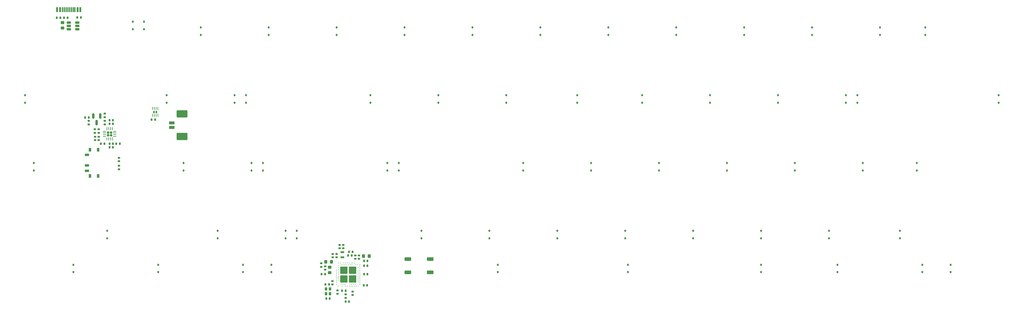
<source format=gbp>
G04 #@! TF.GenerationSoftware,KiCad,Pcbnew,7.0.5*
G04 #@! TF.CreationDate,2023-07-04T00:19:37+09:00*
G04 #@! TF.ProjectId,Hotp4ck60,486f7470-3463-46b3-9630-2e6b69636164,rev?*
G04 #@! TF.SameCoordinates,Original*
G04 #@! TF.FileFunction,Paste,Bot*
G04 #@! TF.FilePolarity,Positive*
%FSLAX46Y46*%
G04 Gerber Fmt 4.6, Leading zero omitted, Abs format (unit mm)*
G04 Created by KiCad (PCBNEW 7.0.5) date 2023-07-04 00:19:37*
%MOMM*%
%LPD*%
G01*
G04 APERTURE LIST*
G04 Aperture macros list*
%AMRoundRect*
0 Rectangle with rounded corners*
0 $1 Rounding radius*
0 $2 $3 $4 $5 $6 $7 $8 $9 X,Y pos of 4 corners*
0 Add a 4 corners polygon primitive as box body*
4,1,4,$2,$3,$4,$5,$6,$7,$8,$9,$2,$3,0*
0 Add four circle primitives for the rounded corners*
1,1,$1+$1,$2,$3*
1,1,$1+$1,$4,$5*
1,1,$1+$1,$6,$7*
1,1,$1+$1,$8,$9*
0 Add four rect primitives between the rounded corners*
20,1,$1+$1,$2,$3,$4,$5,0*
20,1,$1+$1,$4,$5,$6,$7,0*
20,1,$1+$1,$6,$7,$8,$9,0*
20,1,$1+$1,$8,$9,$2,$3,0*%
G04 Aperture macros list end*
%ADD10RoundRect,0.147500X-0.172500X0.147500X-0.172500X-0.147500X0.172500X-0.147500X0.172500X0.147500X0*%
%ADD11RoundRect,0.275000X0.625000X0.275000X-0.625000X0.275000X-0.625000X-0.275000X0.625000X-0.275000X0*%
%ADD12RoundRect,0.150000X-0.150000X0.587500X-0.150000X-0.587500X0.150000X-0.587500X0.150000X0.587500X0*%
%ADD13RoundRect,0.112500X0.112500X-0.187500X0.112500X0.187500X-0.112500X0.187500X-0.112500X-0.187500X0*%
%ADD14RoundRect,0.140000X-0.170000X0.140000X-0.170000X-0.140000X0.170000X-0.140000X0.170000X0.140000X0*%
%ADD15RoundRect,0.140000X0.140000X0.170000X-0.140000X0.170000X-0.140000X-0.170000X0.140000X-0.170000X0*%
%ADD16R,0.800000X0.900000*%
%ADD17RoundRect,0.112500X-0.112500X0.187500X-0.112500X-0.187500X0.112500X-0.187500X0.112500X0.187500X0*%
%ADD18RoundRect,0.140000X0.170000X-0.140000X0.170000X0.140000X-0.170000X0.140000X-0.170000X-0.140000X0*%
%ADD19RoundRect,0.135000X-0.135000X-0.185000X0.135000X-0.185000X0.135000X0.185000X-0.135000X0.185000X0*%
%ADD20R,2.000000X2.000000*%
%ADD21C,0.250000*%
%ADD22RoundRect,0.135000X-0.185000X0.135000X-0.185000X-0.135000X0.185000X-0.135000X0.185000X0.135000X0*%
%ADD23R,1.100000X0.600000*%
%ADD24RoundRect,0.090000X-0.535000X0.210000X-0.535000X-0.210000X0.535000X-0.210000X0.535000X0.210000X0*%
%ADD25RoundRect,0.105000X0.245000X0.445000X-0.245000X0.445000X-0.245000X-0.445000X0.245000X-0.445000X0*%
%ADD26RoundRect,0.135000X0.135000X0.185000X-0.135000X0.185000X-0.135000X-0.185000X0.135000X-0.185000X0*%
%ADD27RoundRect,0.140000X-0.140000X-0.170000X0.140000X-0.170000X0.140000X0.170000X-0.140000X0.170000X0*%
%ADD28RoundRect,0.147500X0.172500X-0.147500X0.172500X0.147500X-0.172500X0.147500X-0.172500X-0.147500X0*%
%ADD29RoundRect,0.135000X0.185000X-0.135000X0.185000X0.135000X-0.185000X0.135000X-0.185000X-0.135000X0*%
%ADD30RoundRect,0.147500X0.147500X0.172500X-0.147500X0.172500X-0.147500X-0.172500X0.147500X-0.172500X0*%
%ADD31RoundRect,0.225000X-0.250000X0.225000X-0.250000X-0.225000X0.250000X-0.225000X0.250000X0.225000X0*%
%ADD32RoundRect,0.218750X-0.218750X-0.256250X0.218750X-0.256250X0.218750X0.256250X-0.218750X0.256250X0*%
%ADD33RoundRect,0.062500X0.062500X-0.325000X0.062500X0.325000X-0.062500X0.325000X-0.062500X-0.325000X0*%
%ADD34RoundRect,0.070000X0.190000X-0.070000X0.190000X0.070000X-0.190000X0.070000X-0.190000X-0.070000X0*%
%ADD35RoundRect,0.160000X-0.160000X0.160000X-0.160000X-0.160000X0.160000X-0.160000X0.160000X0.160000X0*%
%ADD36RoundRect,0.062500X-0.062500X0.375000X-0.062500X-0.375000X0.062500X-0.375000X0.062500X0.375000X0*%
%ADD37RoundRect,0.062500X-0.375000X0.062500X-0.375000X-0.062500X0.375000X-0.062500X0.375000X0.062500X0*%
%ADD38RoundRect,0.218750X0.218750X0.256250X-0.218750X0.256250X-0.218750X-0.256250X0.218750X-0.256250X0*%
%ADD39RoundRect,0.150000X-0.475000X-0.150000X0.475000X-0.150000X0.475000X0.150000X-0.475000X0.150000X0*%
%ADD40RoundRect,0.200000X-0.600000X0.200000X-0.600000X-0.200000X0.600000X-0.200000X0.600000X0.200000X0*%
%ADD41RoundRect,0.250001X-1.249999X0.799999X-1.249999X-0.799999X1.249999X-0.799999X1.249999X0.799999X0*%
%ADD42R,0.600000X1.450000*%
%ADD43R,0.300000X1.450000*%
%ADD44RoundRect,0.218750X-0.256250X0.218750X-0.256250X-0.218750X0.256250X-0.218750X0.256250X0.218750X0*%
G04 APERTURE END LIST*
D10*
X104080000Y-137195000D03*
X104080000Y-136225000D03*
X104080000Y-134000000D03*
X104080000Y-134970000D03*
D11*
X191340000Y-162460000D03*
X185140000Y-162460000D03*
X191340000Y-166160000D03*
X185140000Y-166160000D03*
D12*
X96910000Y-122222500D03*
X98810000Y-122222500D03*
X97860000Y-124097500D03*
D13*
X317500000Y-99475000D03*
X317500000Y-97375000D03*
D14*
X163960000Y-168640000D03*
X163960000Y-169600000D03*
D13*
X227012500Y-156625000D03*
X227012500Y-154525000D03*
D15*
X114225000Y-123295000D03*
X113265000Y-123295000D03*
D13*
X141287500Y-137575000D03*
X141287500Y-135475000D03*
X265112500Y-156625000D03*
X265112500Y-154525000D03*
D16*
X162149996Y-172240002D03*
X162149996Y-170840002D03*
X163249996Y-170840002D03*
X163249996Y-172240002D03*
D17*
X210343750Y-164050000D03*
X210343750Y-166150000D03*
D18*
X165119998Y-161970003D03*
X165119998Y-161010003D03*
D13*
X312737500Y-137575000D03*
X312737500Y-135475000D03*
X131762500Y-156625000D03*
X131762500Y-154525000D03*
X232568750Y-118525000D03*
X232568750Y-116425000D03*
D19*
X92360000Y-94580000D03*
X93380000Y-94580000D03*
D17*
X146843750Y-164050000D03*
X146843750Y-166150000D03*
X329406250Y-164050000D03*
X329406250Y-166150000D03*
D18*
X167010000Y-159425000D03*
X167010000Y-158465000D03*
D20*
X169612500Y-165627499D03*
X167187500Y-165627499D03*
X169612500Y-168052499D03*
X167187500Y-168052499D03*
D21*
X165150000Y-165589999D03*
X165150000Y-166089999D03*
X165150000Y-166589999D03*
X165150000Y-167089999D03*
X165150000Y-167589999D03*
X165150000Y-168089999D03*
X165150000Y-168589999D03*
X165150000Y-169089999D03*
X165150000Y-169589999D03*
X170650000Y-170089999D03*
X170900000Y-164089999D03*
X171150000Y-164839999D03*
X171150000Y-165839999D03*
X171150000Y-166339999D03*
X171150000Y-166839999D03*
X171150000Y-167339999D03*
X171150000Y-167839999D03*
X171150000Y-168339999D03*
X171150000Y-168839999D03*
X171150000Y-170089999D03*
X171650000Y-164089999D03*
X171650000Y-164589999D03*
X171650000Y-165089999D03*
X171650000Y-165589999D03*
X171650000Y-166089999D03*
X171650000Y-166589999D03*
X171650000Y-167089999D03*
X171650000Y-167589999D03*
X171650000Y-168089999D03*
X171650000Y-168589999D03*
X171650000Y-169089999D03*
X171650000Y-169589999D03*
X165650000Y-163589999D03*
X165650000Y-164339999D03*
X165650000Y-164839999D03*
X165650000Y-165339999D03*
X165650000Y-165839999D03*
X165650000Y-166339999D03*
X165650000Y-166839999D03*
X165650000Y-167339999D03*
X165650000Y-167839999D03*
X165650000Y-168339999D03*
X165650000Y-170089999D03*
X166150000Y-163589999D03*
X166400000Y-164089999D03*
X166400000Y-169589999D03*
X166650000Y-170089999D03*
X166900000Y-164089999D03*
X166900000Y-169589999D03*
X167150000Y-163589999D03*
X167400000Y-164089999D03*
X167400000Y-169589999D03*
X167650000Y-163589999D03*
X167650000Y-170089999D03*
X167900000Y-164089999D03*
X168150000Y-163589999D03*
X168150000Y-170089999D03*
X168400000Y-164089999D03*
X168650000Y-163589999D03*
X168650000Y-170089999D03*
X168900000Y-164089999D03*
X168900000Y-169589999D03*
X169150000Y-163589999D03*
X169150000Y-170089999D03*
X169400000Y-164089999D03*
X169400000Y-169589999D03*
X169650000Y-163589999D03*
X169650000Y-170089999D03*
X169900000Y-169589999D03*
X170150000Y-163589999D03*
X170150000Y-170089999D03*
X170400000Y-164089999D03*
X170400000Y-169589999D03*
D22*
X98400000Y-125960000D03*
X98400000Y-126980000D03*
D13*
X146050000Y-99475000D03*
X146050000Y-97375000D03*
X288925000Y-118525000D03*
X288925000Y-116425000D03*
D17*
X337343750Y-164050000D03*
X337343750Y-166150000D03*
D23*
X166757576Y-160540001D03*
X166757576Y-161940001D03*
D14*
X169590000Y-171600000D03*
X169590000Y-172560000D03*
D13*
X236537500Y-137575000D03*
X236537500Y-135475000D03*
X153987500Y-156625000D03*
X153987500Y-154525000D03*
D24*
X95120000Y-133160000D03*
X95120000Y-136160000D03*
X95120000Y-137660000D03*
D25*
X95970000Y-139110000D03*
X98270000Y-139110000D03*
X95970000Y-131710000D03*
X98270000Y-131710000D03*
D26*
X87660000Y-94630000D03*
X86640000Y-94630000D03*
D13*
X184150000Y-99475000D03*
X184150000Y-97375000D03*
X174625000Y-118525000D03*
X174625000Y-116425000D03*
D26*
X169640000Y-160420000D03*
X168620000Y-160420000D03*
D13*
X311150000Y-118525000D03*
X311150000Y-116425000D03*
D18*
X165957578Y-159424999D03*
X165957578Y-158464999D03*
D27*
X173800000Y-166730000D03*
X172840000Y-166730000D03*
D13*
X293687500Y-137575000D03*
X293687500Y-135475000D03*
X327818750Y-137575000D03*
X327818750Y-135475000D03*
D28*
X167629997Y-173374999D03*
X167629997Y-172404999D03*
D13*
X139700000Y-118525000D03*
X139700000Y-116425000D03*
D17*
X246856250Y-164050000D03*
X246856250Y-166150000D03*
X115093750Y-164050000D03*
X115093750Y-166150000D03*
D27*
X172820000Y-164370000D03*
X173780000Y-164370000D03*
D13*
X307975000Y-118525000D03*
X307975000Y-116425000D03*
D29*
X100100000Y-124660000D03*
X100100000Y-123640000D03*
D13*
X193675000Y-118525000D03*
X193675000Y-116425000D03*
D27*
X172819999Y-162939999D03*
X173779999Y-162939999D03*
D26*
X104340000Y-130060000D03*
X103320000Y-130060000D03*
X100010000Y-130000000D03*
X98990000Y-130000000D03*
D13*
X100806250Y-156625000D03*
X100806250Y-154525000D03*
X323080000Y-156625000D03*
X323080000Y-154525000D03*
D29*
X97330000Y-126980000D03*
X97330000Y-125960000D03*
D18*
X164020001Y-161970005D03*
X164020001Y-161010005D03*
D30*
X89655000Y-94620000D03*
X88685000Y-94620000D03*
D13*
X222250000Y-99475000D03*
X222250000Y-97375000D03*
X179387500Y-137575000D03*
X179387500Y-135475000D03*
X260350000Y-99475000D03*
X260350000Y-97375000D03*
D17*
X91281250Y-164050000D03*
X91281250Y-166150000D03*
D27*
X101460000Y-123460000D03*
X102420000Y-123460000D03*
D31*
X163170004Y-164734999D03*
X163170004Y-166284999D03*
D13*
X241300000Y-99475000D03*
X241300000Y-97375000D03*
X77787500Y-118525000D03*
X77787500Y-116425000D03*
D27*
X162219999Y-173540002D03*
X163179999Y-173540002D03*
D13*
X284162500Y-156625000D03*
X284162500Y-154525000D03*
D32*
X172694199Y-161618682D03*
X174269199Y-161618682D03*
D13*
X298450000Y-99475000D03*
X298450000Y-97375000D03*
D27*
X101450000Y-130060000D03*
X102410000Y-130060000D03*
D13*
X274637500Y-137575000D03*
X274637500Y-135475000D03*
X212725000Y-118525000D03*
X212725000Y-116425000D03*
X188912500Y-156625000D03*
X188912500Y-154525000D03*
X350837500Y-118525000D03*
X350837500Y-116425000D03*
D14*
X161900004Y-164459999D03*
X161900004Y-165419999D03*
D15*
X168589997Y-174390000D03*
X167629997Y-174390000D03*
D13*
X203200000Y-99475000D03*
X203200000Y-97375000D03*
D27*
X101460000Y-124450000D03*
X102420000Y-124450000D03*
D13*
X246062500Y-156625000D03*
X246062500Y-154525000D03*
X217487500Y-137575000D03*
X217487500Y-135475000D03*
D33*
X114975000Y-120152500D03*
X114475000Y-120152500D03*
X113975000Y-120152500D03*
X113475000Y-120152500D03*
X113475000Y-122077500D03*
X113975000Y-122077500D03*
X114475000Y-122077500D03*
X114975000Y-122077500D03*
D34*
X114550000Y-120940000D03*
X113900000Y-120940000D03*
X114550000Y-121290000D03*
X113900000Y-121290000D03*
D27*
X166670000Y-171390004D03*
X167630000Y-171390004D03*
D18*
X170380000Y-162400000D03*
X170380000Y-161440000D03*
X171405000Y-162404998D03*
X171405000Y-161444998D03*
D13*
X107970000Y-97887500D03*
X107970000Y-95787500D03*
X165100000Y-99475000D03*
X165100000Y-97375000D03*
X150812500Y-156625000D03*
X150812500Y-154525000D03*
X269875000Y-118525000D03*
X269875000Y-116425000D03*
X117475000Y-118525000D03*
X117475000Y-116425000D03*
D35*
X101850000Y-126880000D03*
X101050000Y-126880000D03*
X101850000Y-127680000D03*
X101050000Y-127680000D03*
D36*
X100700000Y-125842500D03*
X101200000Y-125842500D03*
X101700000Y-125842500D03*
X102200000Y-125842500D03*
D37*
X102887500Y-126530000D03*
X102887500Y-127030000D03*
X102887500Y-127530000D03*
X102887500Y-128030000D03*
D36*
X102200000Y-128717500D03*
X101700000Y-128717500D03*
X101200000Y-128717500D03*
X100700000Y-128717500D03*
D37*
X100012500Y-128030000D03*
X100012500Y-127530000D03*
X100012500Y-127030000D03*
X100012500Y-126530000D03*
D17*
X305593750Y-164050000D03*
X305593750Y-166150000D03*
D13*
X80168750Y-137575000D03*
X80168750Y-135475000D03*
X250825000Y-118525000D03*
X250825000Y-116425000D03*
D38*
X163687500Y-163210000D03*
X162112500Y-163210000D03*
D19*
X94620000Y-122650000D03*
X95640000Y-122650000D03*
D39*
X90045000Y-97900000D03*
X90045000Y-96950000D03*
X90045000Y-96000000D03*
X92395000Y-96000000D03*
X92395000Y-96950000D03*
X92395000Y-97900000D03*
D15*
X101450000Y-131060000D03*
X102410000Y-131060000D03*
D26*
X160920000Y-166710000D03*
X161940000Y-166710000D03*
D13*
X279400000Y-99475000D03*
X279400000Y-97375000D03*
D40*
X118890000Y-124230000D03*
X118890000Y-125480000D03*
D41*
X121790000Y-121680000D03*
X121790000Y-128030000D03*
D26*
X169370000Y-161480000D03*
X168350000Y-161480000D03*
D14*
X98420000Y-128080000D03*
X98420000Y-129040000D03*
D10*
X160849997Y-163675002D03*
X160849997Y-164645002D03*
D42*
X86760000Y-92405000D03*
X87560000Y-92405000D03*
D43*
X88760000Y-92405000D03*
X89760000Y-92405000D03*
X90260000Y-92405000D03*
X91260000Y-92405000D03*
D42*
X92460000Y-92405000D03*
X93260000Y-92405000D03*
X93260000Y-92405000D03*
X92460000Y-92405000D03*
D43*
X91760000Y-92405000D03*
X90760000Y-92405000D03*
X89260000Y-92405000D03*
X88260000Y-92405000D03*
D42*
X87560000Y-92405000D03*
X86760000Y-92405000D03*
D17*
X138906250Y-164050000D03*
X138906250Y-166150000D03*
D13*
X111125000Y-97887500D03*
X111125000Y-95787500D03*
X207962500Y-156625000D03*
X207962500Y-154525000D03*
X255587500Y-137575000D03*
X255587500Y-135475000D03*
D22*
X95580000Y-123640000D03*
X95580000Y-124660000D03*
D14*
X165400003Y-171259999D03*
X165400003Y-172219999D03*
D13*
X182562500Y-137575000D03*
X182562500Y-135475000D03*
X303212500Y-156625000D03*
X303212500Y-154525000D03*
X122237500Y-137575000D03*
X122237500Y-135475000D03*
D44*
X88270000Y-95972500D03*
X88270000Y-97547500D03*
D27*
X173680000Y-169860000D03*
X172720000Y-169860000D03*
D14*
X97430000Y-128080000D03*
X97430000Y-129040000D03*
D22*
X100110000Y-121590000D03*
X100110000Y-122610000D03*
D17*
X284162500Y-164050000D03*
X284162500Y-166150000D03*
D13*
X330200000Y-99475000D03*
X330200000Y-97375000D03*
X136525000Y-118525000D03*
X136525000Y-116425000D03*
X144462500Y-137575000D03*
X144462500Y-135475000D03*
X127000000Y-99475000D03*
X127000000Y-97375000D03*
D15*
X162990000Y-169550000D03*
X162030000Y-169550000D03*
M02*

</source>
